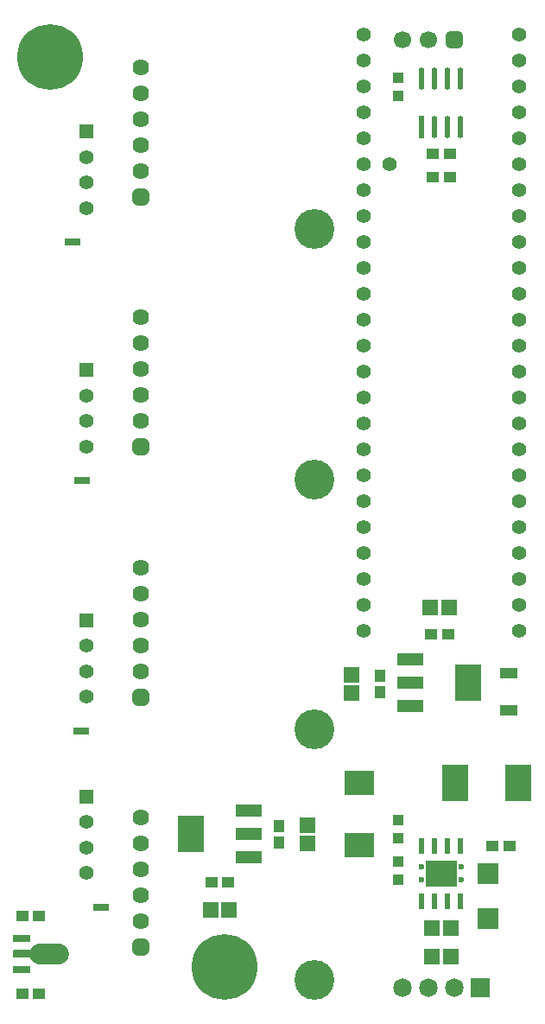
<source format=gts>
G04*
G04 #@! TF.GenerationSoftware,Altium Limited,Altium Designer,25.1.2 (22)*
G04*
G04 Layer_Color=8388736*
%FSLAX26Y26*%
%MOIN*%
G70*
G04*
G04 #@! TF.SameCoordinates,36FF1957-655E-4FCE-A78B-4FF043CE075B*
G04*
G04*
G04 #@! TF.FilePolarity,Negative*
G04*
G01*
G75*
%ADD15R,0.122047X0.102362*%
%ADD16R,0.045619X0.039848*%
%ADD17R,0.061268X0.059238*%
%ADD20R,0.059238X0.061268*%
%ADD21R,0.039848X0.045619*%
%ADD22R,0.023622X0.061024*%
%ADD23R,0.039848X0.041682*%
G04:AMPARAMS|DCode=24|XSize=85.4mil|YSize=22.919mil|CornerRadius=11.459mil|HoleSize=0mil|Usage=FLASHONLY|Rotation=90.000|XOffset=0mil|YOffset=0mil|HoleType=Round|Shape=RoundedRectangle|*
%AMROUNDEDRECTD24*
21,1,0.085400,0.000000,0,0,90.0*
21,1,0.062481,0.022919,0,0,90.0*
1,1,0.022919,0.000000,0.031241*
1,1,0.022919,0.000000,-0.031241*
1,1,0.022919,0.000000,-0.031241*
1,1,0.022919,0.000000,0.031241*
%
%ADD24ROUNDEDRECTD24*%
%ADD25R,0.022919X0.085400*%
%ADD27R,0.066929X0.041496*%
%ADD29R,0.114173X0.094488*%
%ADD31R,0.061017X0.025593*%
%ADD32R,0.101047X0.143370*%
%ADD33R,0.101047X0.045339*%
%ADD34R,0.082740X0.082740*%
%ADD35R,0.066008X0.030457*%
%ADD36R,0.104331X0.141732*%
%ADD37C,0.063779*%
G04:AMPARAMS|DCode=38|XSize=63.779mil|YSize=63.779mil|CornerRadius=16.929mil|HoleSize=0mil|Usage=FLASHONLY|Rotation=90.000|XOffset=0mil|YOffset=0mil|HoleType=Round|Shape=RoundedRectangle|*
%AMROUNDEDRECTD38*
21,1,0.063779,0.029921,0,0,90.0*
21,1,0.029921,0.063779,0,0,90.0*
1,1,0.033858,0.014961,0.014961*
1,1,0.033858,0.014961,-0.014961*
1,1,0.033858,-0.014961,-0.014961*
1,1,0.033858,-0.014961,0.014961*
%
%ADD38ROUNDEDRECTD38*%
%ADD39C,0.153937*%
%ADD40C,0.253937*%
%ADD41C,0.023622*%
%ADD42C,0.066929*%
G04:AMPARAMS|DCode=43|XSize=66.929mil|YSize=66.929mil|CornerRadius=17.716mil|HoleSize=0mil|Usage=FLASHONLY|Rotation=180.000|XOffset=0mil|YOffset=0mil|HoleType=Round|Shape=RoundedRectangle|*
%AMROUNDEDRECTD43*
21,1,0.066929,0.031496,0,0,180.0*
21,1,0.031496,0.066929,0,0,180.0*
1,1,0.035433,-0.015748,0.015748*
1,1,0.035433,0.015748,0.015748*
1,1,0.035433,0.015748,-0.015748*
1,1,0.035433,-0.015748,-0.015748*
%
%ADD43ROUNDEDRECTD43*%
%ADD44C,0.071850*%
%ADD45R,0.071850X0.071850*%
%ADD46C,0.055433*%
%ADD47C,0.055118*%
%ADD48R,0.055118X0.055118*%
G36*
X218312Y323445D02*
X218335Y323446D01*
X220088Y323404D01*
X220134Y323399D01*
X220180Y323400D01*
X221929Y323277D01*
X221975Y323269D01*
X222021Y323268D01*
X223763Y323063D01*
X223808Y323054D01*
X223855Y323050D01*
X225585Y322764D01*
X225630Y322752D01*
X225677Y322747D01*
X227392Y322379D01*
X227436Y322365D01*
X227481Y322358D01*
X229176Y321911D01*
X229220Y321894D01*
X229265Y321885D01*
X230938Y321359D01*
X230981Y321341D01*
X231026Y321329D01*
X232672Y320725D01*
X232714Y320705D01*
X232759Y320691D01*
X234375Y320010D01*
X234416Y319988D01*
X234458Y319972D01*
X236042Y319217D01*
X236082Y319193D01*
X236125Y319175D01*
X237670Y318346D01*
X237709Y318320D01*
X237751Y318300D01*
X239256Y317399D01*
X239293Y317372D01*
X239334Y317350D01*
X240795Y316380D01*
X240831Y316350D01*
X240871Y316327D01*
X242285Y315290D01*
X242320Y315259D01*
X242359Y315233D01*
X243722Y314131D01*
X243755Y314099D01*
X243792Y314071D01*
X245103Y312905D01*
X245135Y312871D01*
X245171Y312842D01*
X246425Y311617D01*
X246455Y311581D01*
X246490Y311551D01*
X247686Y310268D01*
X247714Y310231D01*
X247748Y310198D01*
X248881Y308861D01*
X248908Y308823D01*
X248940Y308789D01*
X250010Y307400D01*
X250035Y307361D01*
X250065Y307325D01*
X251069Y305887D01*
X251092Y305846D01*
X251120Y305810D01*
X252055Y304327D01*
X252076Y304285D01*
X252103Y304247D01*
X252968Y302721D01*
X252987Y302679D01*
X253011Y302640D01*
X253804Y301077D01*
X253821Y301032D01*
X253845Y300992D01*
X254563Y299392D01*
X254577Y299349D01*
X254598Y299308D01*
X255241Y297676D01*
X255254Y297631D01*
X255274Y297588D01*
X255839Y295928D01*
X255849Y295883D01*
X255866Y295840D01*
X256353Y294155D01*
X256362Y294109D01*
X256377Y294065D01*
X256784Y292359D01*
X256790Y292313D01*
X256803Y292269D01*
X257130Y290547D01*
X257134Y290501D01*
X257146Y290455D01*
X257392Y288718D01*
X257394Y288671D01*
X257402Y288626D01*
X257566Y286880D01*
X257566Y286833D01*
X257573Y286788D01*
X257655Y285036D01*
X257652Y284990D01*
X257657Y284944D01*
Y283190D01*
X257652Y283144D01*
X257655Y283098D01*
X257573Y281346D01*
X257566Y281301D01*
X257566Y281254D01*
X257402Y279508D01*
X257394Y279463D01*
X257392Y279416D01*
X257146Y277679D01*
X257135Y277633D01*
X257130Y277587D01*
X256803Y275865D01*
X256790Y275821D01*
X256784Y275775D01*
X256377Y274069D01*
X256362Y274025D01*
X256353Y273979D01*
X255866Y272294D01*
X255849Y272251D01*
X255839Y272206D01*
X255274Y270546D01*
X255254Y270503D01*
X255241Y270457D01*
X254598Y268827D01*
X254577Y268785D01*
X254563Y268742D01*
X253845Y267142D01*
X253821Y267102D01*
X253804Y267058D01*
X253011Y265493D01*
X252987Y265455D01*
X252968Y265413D01*
X252103Y263887D01*
X252076Y263849D01*
X252055Y263807D01*
X251120Y262324D01*
X251091Y262287D01*
X251069Y262247D01*
X250065Y260809D01*
X250035Y260774D01*
X250010Y260734D01*
X248940Y259345D01*
X248908Y259311D01*
X248881Y259273D01*
X247748Y257936D01*
X247714Y257903D01*
X247686Y257866D01*
X246490Y256583D01*
X246455Y256553D01*
X246425Y256517D01*
X245171Y255292D01*
X245135Y255263D01*
X245103Y255229D01*
X243792Y254063D01*
X243755Y254036D01*
X243722Y254003D01*
X242359Y252901D01*
X242319Y252875D01*
X242285Y252844D01*
X240871Y251807D01*
X240831Y251784D01*
X240795Y251754D01*
X239334Y250784D01*
X239293Y250762D01*
X239256Y250735D01*
X237751Y249834D01*
X237709Y249814D01*
X237670Y249788D01*
X236125Y248959D01*
X236081Y248941D01*
X236042Y248917D01*
X234458Y248162D01*
X234416Y248146D01*
X234375Y248124D01*
X232759Y247443D01*
X232714Y247429D01*
X232672Y247409D01*
X231026Y246805D01*
X230981Y246793D01*
X230938Y246775D01*
X229265Y246249D01*
X229220Y246240D01*
X229176Y246223D01*
X227481Y245776D01*
X227436Y245769D01*
X227392Y245755D01*
X225677Y245387D01*
X225630Y245382D01*
X225585Y245369D01*
X223855Y245083D01*
X223808Y245080D01*
X223763Y245071D01*
X222021Y244866D01*
X221975Y244865D01*
X221929Y244857D01*
X220180Y244734D01*
X220134Y244735D01*
X220088Y244730D01*
X218335Y244688D01*
X218312Y244689D01*
X218288Y244687D01*
X145288D01*
X145264Y244689D01*
X145241Y244688D01*
X143488Y244730D01*
X143442Y244735D01*
X143396Y244734D01*
X141647Y244857D01*
X141601Y244865D01*
X141555Y244866D01*
X139813Y245071D01*
X139768Y245080D01*
X139721Y245083D01*
X137991Y245369D01*
X137946Y245382D01*
X137899Y245387D01*
X136184Y245755D01*
X136140Y245769D01*
X136095Y245776D01*
X134400Y246223D01*
X134356Y246240D01*
X134311Y246249D01*
X132638Y246775D01*
X132595Y246793D01*
X132550Y246805D01*
X130904Y247409D01*
X130862Y247429D01*
X130817Y247443D01*
X129201Y248124D01*
X129160Y248146D01*
X129118Y248162D01*
X127534Y248917D01*
X127494Y248941D01*
X127451Y248959D01*
X125906Y249788D01*
X125867Y249814D01*
X125825Y249834D01*
X124320Y250735D01*
X124283Y250762D01*
X124242Y250784D01*
X122781Y251754D01*
X122745Y251784D01*
X122705Y251807D01*
X121291Y252844D01*
X121257Y252875D01*
X121217Y252901D01*
X119854Y254003D01*
X119821Y254036D01*
X119784Y254063D01*
X118472Y255229D01*
X118441Y255263D01*
X118405Y255292D01*
X117151Y256517D01*
X117121Y256553D01*
X117086Y256583D01*
X115890Y257866D01*
X115862Y257903D01*
X115829Y257936D01*
X114695Y259272D01*
X114668Y259311D01*
X114636Y259345D01*
X113566Y260734D01*
X113541Y260773D01*
X113511Y260809D01*
X112507Y262247D01*
X112484Y262288D01*
X112456Y262324D01*
X111521Y263807D01*
X111500Y263849D01*
X111473Y263887D01*
X110608Y265413D01*
X110590Y265455D01*
X110565Y265493D01*
X109772Y267058D01*
X109755Y267101D01*
X109732Y267141D01*
X109684Y267282D01*
X109631Y267419D01*
X109623Y267464D01*
X109608Y267509D01*
X109243Y269096D01*
X43994D01*
X43608Y269134D01*
X43237Y269247D01*
X42895Y269429D01*
X42595Y269675D01*
X42349Y269975D01*
X42167Y270317D01*
X42054Y270688D01*
X42016Y271074D01*
Y297058D01*
X42054Y297444D01*
X42167Y297815D01*
X42349Y298157D01*
X42595Y298457D01*
X42895Y298703D01*
X43237Y298885D01*
X43608Y298998D01*
X43994Y299036D01*
X109243D01*
X109608Y300625D01*
X109623Y300670D01*
X109631Y300715D01*
X109684Y300852D01*
X109732Y300993D01*
X109755Y301033D01*
X109772Y301077D01*
X110565Y302640D01*
X110590Y302679D01*
X110608Y302721D01*
X111473Y304247D01*
X111500Y304286D01*
X111521Y304327D01*
X112456Y305810D01*
X112484Y305847D01*
X112507Y305887D01*
X113511Y307325D01*
X113541Y307360D01*
X113566Y307400D01*
X114636Y308789D01*
X114668Y308823D01*
X114695Y308861D01*
X115829Y310198D01*
X115862Y310231D01*
X115890Y310268D01*
X117086Y311551D01*
X117121Y311581D01*
X117151Y311617D01*
X118405Y312842D01*
X118441Y312871D01*
X118472Y312905D01*
X119784Y314071D01*
X119821Y314098D01*
X119854Y314131D01*
X121217Y315233D01*
X121257Y315259D01*
X121291Y315290D01*
X122705Y316327D01*
X122745Y316351D01*
X122781Y316380D01*
X124242Y317350D01*
X124283Y317372D01*
X124320Y317399D01*
X125825Y318300D01*
X125867Y318320D01*
X125906Y318346D01*
X127451Y319175D01*
X127495Y319193D01*
X127534Y319217D01*
X129118Y319972D01*
X129160Y319988D01*
X129201Y320010D01*
X130817Y320691D01*
X130862Y320705D01*
X130904Y320725D01*
X132550Y321329D01*
X132595Y321341D01*
X132638Y321359D01*
X134311Y321885D01*
X134356Y321894D01*
X134400Y321911D01*
X136095Y322358D01*
X136140Y322365D01*
X136184Y322379D01*
X137899Y322747D01*
X137946Y322752D01*
X137991Y322764D01*
X139721Y323050D01*
X139768Y323054D01*
X139813Y323063D01*
X141555Y323268D01*
X141601Y323269D01*
X141647Y323277D01*
X143396Y323400D01*
X143442Y323399D01*
X143488Y323404D01*
X145241Y323446D01*
X145264Y323445D01*
X145288Y323447D01*
X218288D01*
X218312Y323445D01*
D02*
G37*
D15*
X1694996Y595000D02*
D03*
D16*
X142548Y130000D02*
D03*
X77453D02*
D03*
X807452Y560000D02*
D03*
X872548D02*
D03*
X1721071Y1516254D02*
D03*
X1655976D02*
D03*
X142548Y430000D02*
D03*
X77453D02*
D03*
X1957547Y700000D02*
D03*
X1892453D02*
D03*
X1662453Y3280000D02*
D03*
X1727547D02*
D03*
X1662453Y3370000D02*
D03*
X1727547D02*
D03*
D17*
X1180000Y780464D02*
D03*
Y709536D02*
D03*
X1348524Y1290790D02*
D03*
Y1361717D02*
D03*
D20*
X804536Y455000D02*
D03*
X875464D02*
D03*
X1659536Y385000D02*
D03*
X1730464D02*
D03*
X1659536Y275000D02*
D03*
X1730464D02*
D03*
X1723987Y1621254D02*
D03*
X1653060D02*
D03*
D21*
X1070000Y777548D02*
D03*
Y712452D02*
D03*
X1458524Y1293706D02*
D03*
Y1358801D02*
D03*
D22*
X1770000Y701299D02*
D03*
X1720000D02*
D03*
X1670000D02*
D03*
X1620000D02*
D03*
Y488701D02*
D03*
X1670000D02*
D03*
X1720000D02*
D03*
X1770000D02*
D03*
D23*
X1530000Y3595484D02*
D03*
Y3664516D02*
D03*
Y570484D02*
D03*
Y639516D02*
D03*
Y730484D02*
D03*
Y799516D02*
D03*
D24*
X1620000Y3661215D02*
D03*
X1670000D02*
D03*
X1720000D02*
D03*
X1770000D02*
D03*
Y3475104D02*
D03*
X1720000D02*
D03*
X1670000D02*
D03*
D25*
X1620000D02*
D03*
D27*
X1955000Y1223071D02*
D03*
Y1366929D02*
D03*
D29*
X1380000Y945079D02*
D03*
Y704921D02*
D03*
D31*
X271861Y3029999D02*
D03*
X307312Y2111448D02*
D03*
X306861Y1144998D02*
D03*
X381861Y464998D02*
D03*
D32*
X728524Y746254D02*
D03*
X1800000Y1330000D02*
D03*
D33*
X953524Y836804D02*
D03*
Y746254D02*
D03*
Y655702D02*
D03*
X1575000Y1239449D02*
D03*
Y1330000D02*
D03*
Y1420551D02*
D03*
D34*
X1873882Y592640D02*
D03*
Y419406D02*
D03*
D35*
X75000Y343110D02*
D03*
Y225000D02*
D03*
D36*
X1746968Y945000D02*
D03*
X1993032D02*
D03*
D37*
X535000Y3405000D02*
D03*
Y3305000D02*
D03*
Y3505000D02*
D03*
Y3605000D02*
D03*
Y3705000D02*
D03*
Y510000D02*
D03*
Y410000D02*
D03*
Y610000D02*
D03*
Y710000D02*
D03*
Y810000D02*
D03*
Y1475000D02*
D03*
Y1375000D02*
D03*
Y1575000D02*
D03*
Y1675000D02*
D03*
Y1775000D02*
D03*
Y2440000D02*
D03*
Y2340000D02*
D03*
Y2540000D02*
D03*
Y2640000D02*
D03*
Y2740000D02*
D03*
D38*
Y3205000D02*
D03*
Y310000D02*
D03*
Y1275000D02*
D03*
Y2240000D02*
D03*
D39*
X1205000Y2115000D02*
D03*
Y3080000D02*
D03*
Y1150000D02*
D03*
Y185000D02*
D03*
D40*
X860000Y235000D02*
D03*
X185000Y3745000D02*
D03*
D41*
X1771772Y620591D02*
D03*
Y569409D02*
D03*
X1720591Y620591D02*
D03*
Y569409D02*
D03*
X1618228D02*
D03*
Y620591D02*
D03*
X1669409Y569409D02*
D03*
Y620591D02*
D03*
D42*
X1545000Y3810000D02*
D03*
X1645000D02*
D03*
D43*
X1745000D02*
D03*
D44*
X1545000Y155000D02*
D03*
X1645000D02*
D03*
X1745000D02*
D03*
D45*
X1845000D02*
D03*
D46*
X1395000Y3030000D02*
D03*
Y3130000D02*
D03*
Y3230000D02*
D03*
Y3330000D02*
D03*
Y3430000D02*
D03*
Y3530000D02*
D03*
Y3630000D02*
D03*
Y3730000D02*
D03*
Y3830000D02*
D03*
X1995000D02*
D03*
Y3730000D02*
D03*
Y3630000D02*
D03*
Y3530000D02*
D03*
Y3430000D02*
D03*
Y3330000D02*
D03*
Y3230000D02*
D03*
Y3130000D02*
D03*
Y3030000D02*
D03*
X1395000Y1530000D02*
D03*
Y1630000D02*
D03*
Y1730000D02*
D03*
Y1830000D02*
D03*
Y1930000D02*
D03*
Y2030000D02*
D03*
Y2130000D02*
D03*
Y2230000D02*
D03*
Y2330000D02*
D03*
Y2430000D02*
D03*
Y2530000D02*
D03*
Y2630000D02*
D03*
Y2730000D02*
D03*
Y2830000D02*
D03*
X1995000Y2930000D02*
D03*
Y2830000D02*
D03*
Y2730000D02*
D03*
Y2630000D02*
D03*
Y2530000D02*
D03*
Y2430000D02*
D03*
Y2330000D02*
D03*
Y2230000D02*
D03*
Y2130000D02*
D03*
Y2030000D02*
D03*
Y1930000D02*
D03*
Y1830000D02*
D03*
Y1730000D02*
D03*
X1395000Y2930000D02*
D03*
X1495000Y3330000D02*
D03*
X1995000Y1630000D02*
D03*
Y1530000D02*
D03*
D47*
X325000Y2241575D02*
D03*
Y2340000D02*
D03*
Y2438425D02*
D03*
Y1276575D02*
D03*
Y1473425D02*
D03*
Y1375000D02*
D03*
Y3358425D02*
D03*
Y3260000D02*
D03*
Y3161575D02*
D03*
Y596575D02*
D03*
Y695000D02*
D03*
Y793425D02*
D03*
D48*
Y2536850D02*
D03*
Y1571850D02*
D03*
Y3456850D02*
D03*
Y891850D02*
D03*
M02*

</source>
